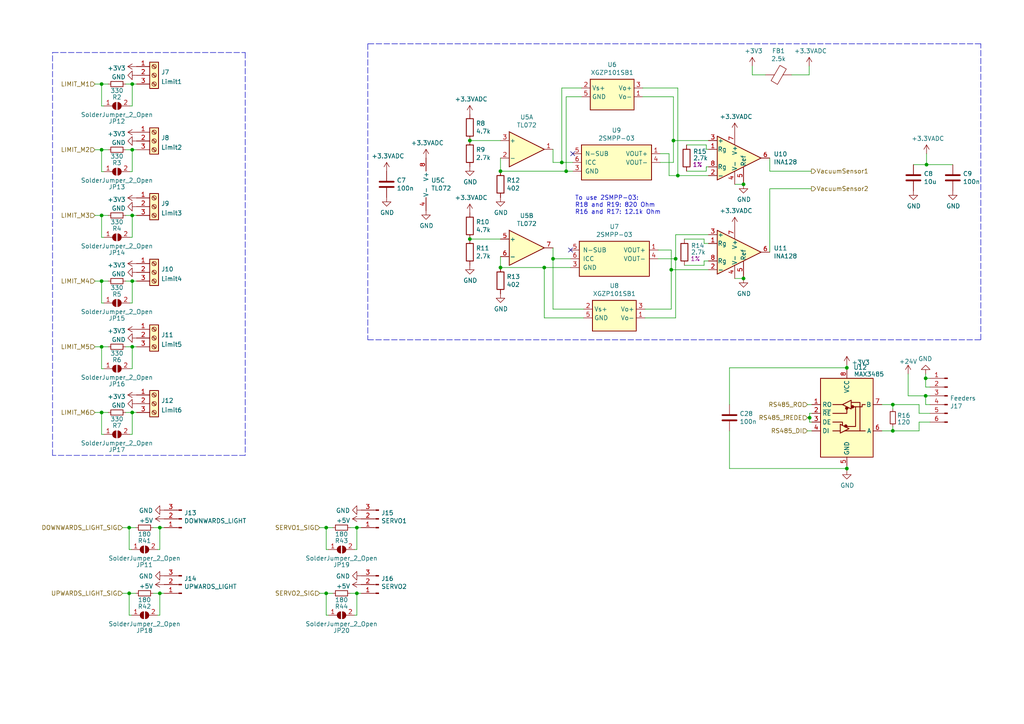
<source format=kicad_sch>
(kicad_sch (version 20211123) (generator eeschema)
  (paper "A4")
  (lib_symbols
    (symbol "Amplifier_Instrumentation:INA128" (pin_names (offset 0.127))
      (property "Reference" "U" (at 3.81 3.175 0))
      (property "Value" "INA128" (at 3.81 -3.175 0))
      (symbol "INA128_1_1"
        (pin passive line (at -7.62 2.54 0) (length 2.54) (name "Rg") (number "1"))
        (pin input line (at -7.62 -5.08 0) (length 2.54) (name "-") (number "2"))
        (pin input line (at -7.62 5.08 0) (length 2.54) (name "+") (number "3"))
        (pin power_in line (at 0 -7.62 90) (length 3.81) (name "V-") (number "4"))
        (pin input line (at 2.54 -7.62 90) (length 5.08) (name "Ref") (number "5"))
        (pin output line (at 10.16 0 180) (length 2.54) (name "~") (number "6"))
        (pin power_in line (at 0 7.62 270) (length 3.81) (name "V+") (number "7"))
        (pin passive line (at -7.62 -2.54 0) (length 2.54) (name "Rg") (number "8"))
      )
    )
    (symbol "Amplifier_Operational:TL072" (pin_names (offset 0.127))
      (property "Reference" "U" (at 0 5.08 0))
      (property "Value" "TL072" (at 0 -5.08 0))
      (symbol "TL072_1_1"
        (pin output line (at 7.62 0 180) (length 2.54) (name "~") (number "1"))
        (pin input line (at -7.62 -2.54 0) (length 2.54) (name "-") (number "2"))
        (pin input line (at -7.62 2.54 0) (length 2.54) (name "+") (number "3"))
      )
      (symbol "TL072_2_1"
        (pin input line (at -7.62 2.54 0) (length 2.54) (name "+") (number "5"))
        (pin input line (at -7.62 -2.54 0) (length 2.54) (name "-") (number "6"))
        (pin output line (at 7.62 0 180) (length 2.54) (name "~") (number "7"))
      )
      (symbol "TL072_3_1"
        (pin power_in line (at -2.54 -7.62 90) (length 3.81) (name "V-") (number "4"))
        (pin power_in line (at -2.54 7.62 270) (length 3.81) (name "V+") (number "8"))
      )
    )
    (symbol "Connector:Conn_01x03_Male" (pin_names (offset 1.016) hide)
      (property "Reference" "J" (at 0 5.08 0))
      (property "Value" "Conn_01x03_Male" (at 0 -5.08 0))
      (symbol "Conn_01x03_Male_1_1"
        (pin passive line (at 5.08 2.54 180) (length 3.81) (name "Pin_1") (number "1"))
        (pin passive line (at 5.08 0 180) (length 3.81) (name "Pin_2") (number "2"))
        (pin passive line (at 5.08 -2.54 180) (length 3.81) (name "Pin_3") (number "3"))
      )
    )
    (symbol "Connector:Conn_01x06_Male" (pin_names (offset 1.016) hide)
      (property "Reference" "J" (at 0 7.62 0))
      (property "Value" "Conn_01x06_Male" (at 0 -10.16 0))
      (symbol "Conn_01x06_Male_1_1"
        (pin passive line (at 5.08 5.08 180) (length 3.81) (name "Pin_1") (number "1"))
        (pin passive line (at 5.08 2.54 180) (length 3.81) (name "Pin_2") (number "2"))
        (pin passive line (at 5.08 0 180) (length 3.81) (name "Pin_3") (number "3"))
        (pin passive line (at 5.08 -2.54 180) (length 3.81) (name "Pin_4") (number "4"))
        (pin passive line (at 5.08 -5.08 180) (length 3.81) (name "Pin_5") (number "5"))
        (pin passive line (at 5.08 -7.62 180) (length 3.81) (name "Pin_6") (number "6"))
      )
    )
    (symbol "Connector:Screw_Terminal_01x03" (pin_names (offset 1.016) hide)
      (property "Reference" "J" (at 0 5.08 0))
      (property "Value" "Screw_Terminal_01x03" (at 0 -5.08 0))
      (symbol "Screw_Terminal_01x03_1_1"
        (pin passive line (at -5.08 2.54 0) (length 3.81) (name "Pin_1") (number "1"))
        (pin passive line (at -5.08 0 0) (length 3.81) (name "Pin_2") (number "2"))
        (pin passive line (at -5.08 -2.54 0) (length 3.81) (name "Pin_3") (number "3"))
      )
    )
    (symbol "Device:C" (pin_numbers hide) (pin_names (offset 0.254))
      (property "Reference" "C" (at 0.635 2.54 0))
      (property "Value" "C" (at 0.635 -2.54 0))
      (symbol "C_1_1"
        (pin passive line (at 0 3.81 270) (length 2.794) (name "~") (number "1"))
        (pin passive line (at 0 -3.81 90) (length 2.794) (name "~") (number "2"))
      )
    )
    (symbol "Device:Ferrite_Bead" (pin_numbers hide) (pin_names (offset 0))
      (property "Reference" "FB" (at -3.81 0.635 90))
      (property "Value" "Device_Ferrite_Bead" (at 3.81 0 90))
      (symbol "Ferrite_Bead_1_1"
        (pin passive line (at 0 3.81 270) (length 2.54) (name "~") (number "1"))
        (pin passive line (at 0 -3.81 90) (length 2.54) (name "~") (number "2"))
      )
    )
    (symbol "Device:R" (pin_numbers hide) (pin_names (offset 0))
      (property "Reference" "R" (at 2.032 0 90))
      (property "Value" "R" (at 0 0 90))
      (symbol "R_1_1"
        (pin passive line (at 0 3.81 270) (length 1.27) (name "~") (number "1"))
        (pin passive line (at 0 -3.81 90) (length 1.27) (name "~") (number "2"))
      )
    )
    (symbol "Device:R_Small" (pin_numbers hide) (pin_names (offset 0.254) hide)
      (property "Reference" "R" (at 0.762 0.508 0))
      (property "Value" "R_Small" (at 0.762 -1.016 0))
      (symbol "R_Small_1_1"
        (pin passive line (at 0 2.54 270) (length 0.762) (name "~") (number "1"))
        (pin passive line (at 0 -2.54 90) (length 0.762) (name "~") (number "2"))
      )
    )
    (symbol "Interface_UART:MAX3485"
      (property "Reference" "U" (at -6.096 11.43 0))
      (property "Value" "MAX3485" (at 0.762 11.43 0))
      (symbol "MAX3485_1_1"
        (pin output line (at -10.16 2.54 0) (length 2.54) (name "RO") (number "1"))
        (pin input line (at -10.16 0 0) (length 2.54) (name "~{RE}") (number "2"))
        (pin input line (at -10.16 -2.54 0) (length 2.54) (name "DE") (number "3"))
        (pin input line (at -10.16 -5.08 0) (length 2.54) (name "DI") (number "4"))
        (pin power_in line (at 0 -15.24 90) (length 2.54) (name "GND") (number "5"))
        (pin bidirectional line (at 10.16 -5.08 180) (length 2.54) (name "A") (number "6"))
        (pin bidirectional line (at 10.16 2.54 180) (length 2.54) (name "B") (number "7"))
        (pin power_in line (at 0 12.7 270) (length 2.54) (name "VCC") (number "8"))
      )
    )
    (symbol "Jumper:SolderJumper_2_Open" (pin_names (offset 0) hide)
      (property "Reference" "JP" (at 0 2.032 0))
      (property "Value" "SolderJumper_2_Open" (at 0 -2.54 0))
      (symbol "SolderJumper_2_Open_1_1"
        (pin passive line (at -3.81 0 0) (length 2.54) (name "A") (number "1"))
        (pin passive line (at 3.81 0 180) (length 2.54) (name "B") (number "2"))
      )
    )
    (symbol "index:2SMPP-03" (pin_names (offset 1.016))
      (property "Reference" "U" (at -8.89 6.35 0))
      (property "Value" "2SMPP-03" (at 5.08 7.62 0))
      (symbol "2SMPP-03_1_1"
        (pin output line (at 12.7 2.54 180) (length 2.54) (name "VOUT+") (number "1"))
        (pin no_connect line (at -10.16 -2.54 0) (length 2.54) hide (name "NC") (number "2"))
        (pin passive line (at -12.7 -2.54 0) (length 2.54) (name "GND") (number "3"))
        (pin output line (at 12.7 0 180) (length 2.54) (name "VOUT-") (number "4"))
        (pin passive line (at -12.7 2.54 0) (length 2.54) (name "N-SUB") (number "5"))
        (pin passive line (at -12.7 0 0) (length 2.54) (name "ICC") (number "6"))
      )
    )
    (symbol "index:XGZP"
      (property "Reference" "U" (at 3.81 -8.89 0))
      (property "Value" "XGZP" (at 5.08 -6.35 0))
      (symbol "XGZP_1_1"
        (pin passive line (at 8.89 0 180) (length 2.54) (name "Vo-") (number "1"))
        (pin input line (at -8.89 2.54 0) (length 2.54) (name "Vs+") (number "2"))
        (pin passive line (at 8.89 2.54 180) (length 2.54) (name "Vo+") (number "3"))
        (pin input line (at -8.89 0 0) (length 2.54) (name "GND") (number "5"))
        (pin passive line (at 8.89 0 180) (length 2.54) hide (name "Vo-") (number "6"))
      )
    )
    (symbol "power:+24V" (power) (pin_names (offset 0))
      (property "Value" "+24V" (at 0 3.556 0))
      (symbol "+24V_1_1"
        (pin power_in line (at 0 0 90) (length 0) hide (name "+24V") (number "1"))
      )
    )
    (symbol "power:+3.3V" (power) (pin_names (offset 0))
      (property "Value" "+3.3V" (at 0 3.556 0))
      (symbol "+3.3V_1_1"
        (pin power_in line (at 0 0 90) (length 0) hide (name "+3V3") (number "1"))
      )
    )
    (symbol "power:+3.3VADC" (power) (pin_names (offset 0))
      (property "Value" "+3.3VADC" (at 0 2.54 0))
      (symbol "+3.3VADC_0_0"
        (pin power_in line (at 0 0 90) (length 0) hide (name "+3.3VADC") (number "1"))
      )
    )
    (symbol "power:+3V3" (power) (pin_names (offset 0))
      (property "Value" "+3V3" (at 0 3.556 0))
      (symbol "+3V3_1_1"
        (pin power_in line (at 0 0 90) (length 0) hide (name "+3V3") (number "1"))
      )
    )
    (symbol "power:+5V" (power) (pin_names (offset 0))
      (property "Value" "+5V" (at 0 3.556 0))
      (symbol "+5V_1_1"
        (pin power_in line (at 0 0 90) (length 0) hide (name "+5V") (number "1"))
      )
    )
    (symbol "power:GND" (power) (pin_names (offset 0))
      (property "Value" "GND" (at 0 -3.81 0))
      (symbol "GND_1_1"
        (pin power_in line (at 0 0 270) (length 0) hide (name "GND") (number "1"))
      )
    )
  )
  (junction (at 29.464 119.634))
  (junction (at 46.355 172.085))
  (junction (at 268.732 47.752))
  (junction (at 38.354 100.584))
  (junction (at 29.464 62.484))
  (junction (at 136.271 40.767))
  (junction (at 245.618 106.68))
  (junction (at 258.953 117.348))
  (junction (at 38.354 81.534))
  (junction (at 258.953 124.968))
  (junction (at 157.861 77.597))
  (junction (at 103.505 172.085))
  (junction (at 37.465 172.085))
  (junction (at 215.646 53.467))
  (junction (at 103.505 153.035))
  (junction (at 234.823 121.158))
  (junction (at 195.326 40.767))
  (junction (at 164.211 49.657))
  (junction (at 38.354 62.484))
  (junction (at 29.464 100.584))
  (junction (at 268.478 109.728))
  (junction (at 268.478 114.808))
  (junction (at 38.354 24.384))
  (junction (at 195.961 75.057))
  (junction (at 145.161 49.657))
  (junction (at 196.596 50.927))
  (junction (at 194.691 78.232))
  (junction (at 38.354 43.434))
  (junction (at 162.941 47.117))
  (junction (at 37.465 153.035))
  (junction (at 245.618 135.89))
  (junction (at 29.464 43.434))
  (junction (at 29.464 81.534))
  (junction (at 160.401 75.057))
  (junction (at 215.646 80.772))
  (junction (at 136.271 69.342))
  (junction (at 94.615 153.035))
  (junction (at 94.615 172.085))
  (junction (at 46.355 153.035))
  (junction (at 29.464 24.384))
  (junction (at 145.161 77.597))
  (junction (at 38.354 119.634))
  (no_connect (at 166.116 44.577))
  (no_connect (at 165.481 72.517))
  (wire (pts (xy 162.941 47.117) (xy 166.116 47.117)))
  (wire (pts (xy 29.464 106.934) (xy 29.464 100.584)))
  (wire (pts (xy 195.326 40.767) (xy 205.486 40.767)))
  (wire (pts (xy 194.691 89.662) (xy 194.691 78.232)))
  (wire (pts (xy 186.436 25.527) (xy 196.596 25.527)))
  (wire (pts (xy 160.401 47.117) (xy 162.941 47.117)))
  (wire (pts (xy 27.559 119.634) (xy 29.464 119.634)))
  (wire (pts (xy 30.099 87.884) (xy 29.464 87.884)))
  (wire (pts (xy 264.922 47.752) (xy 268.732 47.752)))
  (wire (pts (xy 46.355 153.035) (xy 46.355 159.385)))
  (wire (pts (xy 166.116 49.657) (xy 164.211 49.657)))
  (wire (pts (xy 235.331 54.737) (xy 223.266 54.737)))
  (wire (pts (xy 94.615 172.085) (xy 96.52 172.085)))
  (wire (pts (xy 204.851 48.387) (xy 204.851 49.657)))
  (wire (pts (xy 92.71 172.085) (xy 94.615 172.085)))
  (wire (pts (xy 268.732 44.577) (xy 268.732 47.752)))
  (wire (pts (xy 95.25 159.385) (xy 94.615 159.385)))
  (wire (pts (xy 92.71 153.035) (xy 94.615 153.035)))
  (wire (pts (xy 38.1 178.435) (xy 37.465 178.435)))
  (wire (pts (xy 30.099 68.834) (xy 29.464 68.834)))
  (polyline (pts (xy 71.12 132.08) (xy 15.24 132.08)))
  (wire (pts (xy 234.696 21.717) (xy 229.616 21.717)))
  (wire (pts (xy 204.216 76.962) (xy 198.501 76.962)))
  (wire (pts (xy 211.582 124.968) (xy 211.582 135.89)))
  (polyline (pts (xy 284.48 12.7) (xy 106.426 12.7)))
  (wire (pts (xy 204.851 49.657) (xy 199.136 49.657)))
  (polyline (pts (xy 15.24 132.08) (xy 15.24 15.24)))
  (wire (pts (xy 211.582 106.68) (xy 245.618 106.68)))
  (wire (pts (xy 204.216 75.692) (xy 204.216 76.962)))
  (wire (pts (xy 204.851 42.037) (xy 204.851 43.307)))
  (wire (pts (xy 38.354 62.484) (xy 39.624 62.484)))
  (wire (pts (xy 204.216 70.612) (xy 205.486 70.612)))
  (wire (pts (xy 198.501 69.342) (xy 204.216 69.342)))
  (wire (pts (xy 35.56 172.085) (xy 37.465 172.085)))
  (wire (pts (xy 235.458 122.428) (xy 234.823 122.428)))
  (wire (pts (xy 196.596 25.527) (xy 196.596 50.927)))
  (wire (pts (xy 218.186 21.717) (xy 221.996 21.717)))
  (wire (pts (xy 266.573 124.968) (xy 258.953 124.968)))
  (wire (pts (xy 44.45 153.035) (xy 46.355 153.035)))
  (wire (pts (xy 160.401 89.662) (xy 160.401 75.057)))
  (wire (pts (xy 169.291 89.662) (xy 160.401 89.662)))
  (wire (pts (xy 145.161 77.597) (xy 157.861 77.597)))
  (wire (pts (xy 194.056 44.577) (xy 194.056 50.927)))
  (wire (pts (xy 30.099 106.934) (xy 29.464 106.934)))
  (wire (pts (xy 190.881 75.057) (xy 195.961 75.057)))
  (wire (pts (xy 46.355 172.085) (xy 46.355 178.435)))
  (wire (pts (xy 234.823 121.158) (xy 234.823 119.888)))
  (wire (pts (xy 27.559 100.584) (xy 29.464 100.584)))
  (wire (pts (xy 37.465 159.385) (xy 37.465 153.035)))
  (wire (pts (xy 36.449 24.384) (xy 38.354 24.384)))
  (wire (pts (xy 38.1 159.385) (xy 37.465 159.385)))
  (wire (pts (xy 194.691 72.517) (xy 194.691 78.232)))
  (wire (pts (xy 211.582 135.89) (xy 245.618 135.89)))
  (wire (pts (xy 187.071 89.662) (xy 194.691 89.662)))
  (wire (pts (xy 218.186 19.177) (xy 218.186 21.717)))
  (wire (pts (xy 38.354 24.384) (xy 39.624 24.384)))
  (wire (pts (xy 162.941 25.527) (xy 162.941 47.117)))
  (wire (pts (xy 103.505 178.435) (xy 102.87 178.435)))
  (wire (pts (xy 38.354 100.584) (xy 39.624 100.584)))
  (wire (pts (xy 187.071 92.202) (xy 195.961 92.202)))
  (wire (pts (xy 268.478 114.808) (xy 269.748 114.808)))
  (wire (pts (xy 29.464 43.434) (xy 31.369 43.434)))
  (wire (pts (xy 263.398 108.458) (xy 263.398 114.808)))
  (wire (pts (xy 38.354 68.834) (xy 37.719 68.834)))
  (wire (pts (xy 191.516 44.577) (xy 194.056 44.577)))
  (wire (pts (xy 38.354 100.584) (xy 38.354 106.934)))
  (polyline (pts (xy 15.24 15.24) (xy 71.12 15.24)))
  (wire (pts (xy 94.615 153.035) (xy 96.52 153.035)))
  (wire (pts (xy 268.478 109.728) (xy 268.478 112.268)))
  (wire (pts (xy 101.6 172.085) (xy 103.505 172.085)))
  (wire (pts (xy 160.401 43.307) (xy 160.401 47.117)))
  (wire (pts (xy 38.354 30.734) (xy 37.719 30.734)))
  (wire (pts (xy 103.505 159.385) (xy 102.87 159.385)))
  (wire (pts (xy 46.355 172.085) (xy 47.625 172.085)))
  (wire (pts (xy 145.161 45.847) (xy 145.161 49.657)))
  (wire (pts (xy 160.401 75.057) (xy 165.481 75.057)))
  (wire (pts (xy 29.464 119.634) (xy 31.369 119.634)))
  (wire (pts (xy 29.464 81.534) (xy 31.369 81.534)))
  (wire (pts (xy 27.559 62.484) (xy 29.464 62.484)))
  (wire (pts (xy 245.618 106.68) (xy 245.618 107.188)))
  (wire (pts (xy 268.478 114.808) (xy 268.478 117.348)))
  (wire (pts (xy 266.573 122.428) (xy 266.573 124.968)))
  (wire (pts (xy 38.354 125.984) (xy 37.719 125.984)))
  (wire (pts (xy 95.25 178.435) (xy 94.615 178.435)))
  (wire (pts (xy 269.748 109.728) (xy 268.478 109.728)))
  (wire (pts (xy 103.505 172.085) (xy 103.505 178.435)))
  (wire (pts (xy 30.099 30.734) (xy 29.464 30.734)))
  (wire (pts (xy 27.559 24.384) (xy 29.464 24.384)))
  (wire (pts (xy 215.646 80.772) (xy 213.106 80.772)))
  (wire (pts (xy 38.354 119.634) (xy 38.354 125.984)))
  (wire (pts (xy 204.216 69.342) (xy 204.216 70.612)))
  (wire (pts (xy 38.354 119.634) (xy 39.624 119.634)))
  (wire (pts (xy 29.464 68.834) (xy 29.464 62.484)))
  (wire (pts (xy 38.354 43.434) (xy 38.354 49.784)))
  (wire (pts (xy 44.45 172.085) (xy 46.355 172.085)))
  (wire (pts (xy 38.354 81.534) (xy 39.624 81.534)))
  (wire (pts (xy 103.505 153.035) (xy 104.775 153.035)))
  (wire (pts (xy 145.161 40.767) (xy 136.271 40.767)))
  (wire (pts (xy 266.573 119.888) (xy 269.748 119.888)))
  (wire (pts (xy 101.6 153.035) (xy 103.505 153.035)))
  (wire (pts (xy 160.401 71.882) (xy 160.401 75.057)))
  (wire (pts (xy 196.596 50.927) (xy 205.486 50.927)))
  (wire (pts (xy 36.449 100.584) (xy 38.354 100.584)))
  (polyline (pts (xy 284.48 98.552) (xy 284.48 12.7)))
  (wire (pts (xy 234.188 124.968) (xy 235.458 124.968)))
  (wire (pts (xy 258.953 124.968) (xy 258.953 123.698)))
  (wire (pts (xy 38.354 62.484) (xy 38.354 68.834)))
  (wire (pts (xy 263.398 114.808) (xy 268.478 114.808)))
  (wire (pts (xy 27.559 43.434) (xy 29.464 43.434)))
  (wire (pts (xy 29.464 24.384) (xy 31.369 24.384)))
  (wire (pts (xy 37.465 172.085) (xy 39.37 172.085)))
  (wire (pts (xy 268.478 117.348) (xy 269.748 117.348)))
  (wire (pts (xy 195.961 92.202) (xy 195.961 75.057)))
  (wire (pts (xy 36.449 81.534) (xy 38.354 81.534)))
  (wire (pts (xy 234.823 122.428) (xy 234.823 121.158)))
  (wire (pts (xy 245.618 136.398) (xy 245.618 135.89)))
  (wire (pts (xy 38.354 24.384) (xy 38.354 30.734)))
  (wire (pts (xy 164.211 28.067) (xy 168.656 28.067)))
  (wire (pts (xy 211.582 117.348) (xy 211.582 106.68)))
  (wire (pts (xy 164.211 28.067) (xy 164.211 49.657)))
  (wire (pts (xy 46.355 153.035) (xy 47.625 153.035)))
  (wire (pts (xy 46.355 178.435) (xy 45.72 178.435)))
  (wire (pts (xy 38.354 43.434) (xy 39.624 43.434)))
  (wire (pts (xy 145.161 77.597) (xy 145.161 74.422)))
  (wire (pts (xy 195.961 68.072) (xy 205.486 68.072)))
  (wire (pts (xy 29.464 125.984) (xy 29.464 119.634)))
  (wire (pts (xy 157.861 92.202) (xy 157.861 77.597)))
  (wire (pts (xy 268.478 108.458) (xy 268.478 109.728)))
  (wire (pts (xy 29.464 30.734) (xy 29.464 24.384)))
  (wire (pts (xy 245.618 105.918) (xy 245.618 106.68)))
  (wire (pts (xy 234.188 121.158) (xy 234.823 121.158)))
  (wire (pts (xy 223.266 45.847) (xy 223.266 49.657)))
  (wire (pts (xy 186.436 28.067) (xy 195.326 28.067)))
  (wire (pts (xy 103.505 172.085) (xy 104.775 172.085)))
  (wire (pts (xy 157.861 77.597) (xy 165.481 77.597)))
  (wire (pts (xy 29.464 49.784) (xy 29.464 43.434)))
  (wire (pts (xy 204.851 43.307) (xy 205.486 43.307)))
  (wire (pts (xy 29.464 62.484) (xy 31.369 62.484)))
  (wire (pts (xy 234.696 19.177) (xy 234.696 21.717)))
  (wire (pts (xy 36.449 62.484) (xy 38.354 62.484)))
  (wire (pts (xy 194.691 78.232) (xy 205.486 78.232)))
  (wire (pts (xy 235.331 49.657) (xy 223.266 49.657)))
  (wire (pts (xy 215.646 53.467) (xy 213.106 53.467)))
  (polyline (pts (xy 71.12 15.24) (xy 71.12 132.08)))
  (wire (pts (xy 37.465 178.435) (xy 37.465 172.085)))
  (wire (pts (xy 103.505 153.035) (xy 103.505 159.385)))
  (wire (pts (xy 36.449 43.434) (xy 38.354 43.434)))
  (wire (pts (xy 234.823 119.888) (xy 235.458 119.888)))
  (wire (pts (xy 195.961 75.057) (xy 195.961 68.072)))
  (wire (pts (xy 255.778 124.968) (xy 258.953 124.968)))
  (wire (pts (xy 258.953 117.348) (xy 258.953 118.618)))
  (wire (pts (xy 38.354 106.934) (xy 37.719 106.934)))
  (wire (pts (xy 30.099 49.784) (xy 29.464 49.784)))
  (wire (pts (xy 199.136 42.037) (xy 204.851 42.037)))
  (wire (pts (xy 29.464 87.884) (xy 29.464 81.534)))
  (wire (pts (xy 204.851 48.387) (xy 205.486 48.387)))
  (wire (pts (xy 46.355 159.385) (xy 45.72 159.385)))
  (wire (pts (xy 145.161 69.342) (xy 136.271 69.342)))
  (wire (pts (xy 194.056 50.927) (xy 196.596 50.927)))
  (wire (pts (xy 37.465 153.035) (xy 39.37 153.035)))
  (wire (pts (xy 29.464 100.584) (xy 31.369 100.584)))
  (wire (pts (xy 190.881 72.517) (xy 194.691 72.517)))
  (wire (pts (xy 255.778 117.348) (xy 258.953 117.348)))
  (wire (pts (xy 204.216 75.692) (xy 205.486 75.692)))
  (polyline (pts (xy 106.68 12.7) (xy 106.68 98.552)))
  (wire (pts (xy 162.941 25.527) (xy 168.656 25.527)))
  (wire (pts (xy 36.449 119.634) (xy 38.354 119.634)))
  (wire (pts (xy 269.748 122.428) (xy 266.573 122.428)))
  (wire (pts (xy 164.211 49.657) (xy 145.161 49.657)))
  (wire (pts (xy 191.516 47.117) (xy 195.326 47.117)))
  (wire (pts (xy 35.56 153.035) (xy 37.465 153.035)))
  (wire (pts (xy 266.573 117.348) (xy 266.573 119.888)))
  (wire (pts (xy 234.188 117.348) (xy 235.458 117.348)))
  (wire (pts (xy 245.618 135.89) (xy 245.618 135.128)))
  (wire (pts (xy 268.732 47.752) (xy 276.352 47.752)))
  (wire (pts (xy 268.478 112.268) (xy 269.748 112.268)))
  (wire (pts (xy 38.354 87.884) (xy 37.719 87.884)))
  (polyline (pts (xy 106.68 98.552) (xy 284.48 98.552)))
  (wire (pts (xy 38.354 49.784) (xy 37.719 49.784)))
  (wire (pts (xy 94.615 178.435) (xy 94.615 172.085)))
  (wire (pts (xy 27.559 81.534) (xy 29.464 81.534)))
  (wire (pts (xy 38.354 81.534) (xy 38.354 87.884)))
  (wire (pts (xy 223.266 73.152) (xy 223.266 54.737)))
  (wire (pts (xy 195.326 28.067) (xy 195.326 40.767)))
  (wire (pts (xy 169.291 92.202) (xy 157.861 92.202)))
  (wire (pts (xy 195.326 47.117) (xy 195.326 40.767)))
  (wire (pts (xy 94.615 159.385) (xy 94.615 153.035)))
  (wire (pts (xy 258.953 117.348) (xy 266.573 117.348)))
  (wire (pts (xy 30.099 125.984) (xy 29.464 125.984)))
  (text "To use 2SMPP-03:\nR18 and R19: 820 Ohm\nR16 and R17: 12.1k Ohm" (at 166.751 62.357 0) (effects (font (size 1.27 1.27)) (justify left bottom)))
  (hierarchical_label "UPWARDS_LIGHT_SIG" (shape input) (at 35.56 172.085 180))
  (hierarchical_label "VacuumSensor2" (shape output) (at 235.331 54.737 0))
  (hierarchical_label "LIMIT_M2" (shape input) (at 27.559 43.434 180))
  (hierarchical_label "LIMIT_M4" (shape input) (at 27.559 81.534 180))
  (hierarchical_label "SERVO2_SIG" (shape input) (at 92.71 172.085 180))
  (hierarchical_label "LIMIT_M5" (shape input) (at 27.559 100.584 180))
  (hierarchical_label "DOWNWARDS_LIGHT_SIG" (shape input) (at 35.56 153.035 180))
  (hierarchical_label "LIMIT_M6" (shape input) (at 27.559 119.634 180))
  (hierarchical_label "SERVO1_SIG" (shape input) (at 92.71 153.035 180))
  (hierarchical_label "VacuumSensor1" (shape output) (at 235.331 49.657 0))
  (hierarchical_label "LIMIT_M1" (shape input) (at 27.559 24.384 180))
  (hierarchical_label "RS485_!REDE" (shape input) (at 234.188 121.158 180))
  (hierarchical_label "RS485_DI" (shape input) (at 234.188 124.968 180))
  (hierarchical_label "RS485_RO" (shape input) (at 234.188 117.348 180))
  (hierarchical_label "LIMIT_M3" (shape input) (at 27.559 62.484 180))
  (symbol (lib_id "power:GND") (at 136.271 48.387 0) (unit 1)
    (property "Reference" "#PWR072" (effects hide))
    (property "Value" "GND" (at 136.398 52.7812 0))
  )
  (symbol (lib_id "Connector:Conn_01x03_Male") (at 52.705 169.545 180) (unit 1)
    (property "Reference" "J14" (at 53.4162 167.8178 0) (effects (justify right)))
    (property "Value" "UPWARDS_LIGHT" (at 53.4162 170.1292 0) (effects (justify right)))
    (property "Footprint" "Connector_Phoenix_MC:PhoenixContact_MC_1,5_3-G-3.5_1x03_P3.50mm_Horizontal" (effects hide))
    (property "LCSC" "C2316" (effects hide))
    (property "JLCPCB" "C2316" (effects hide))
    (property "Digikey" "455-2248-ND" (effects hide))
  )
  (symbol (lib_id "Jumper:SolderJumper_2_Open") (at 33.909 106.934 0) (unit 1)
    (property "Reference" "JP16" (at 33.909 111.379 0))
    (property "Value" "SolderJumper_2_Open" (at 33.909 109.474 0))
    (property "Footprint" "Jumper:SolderJumper-2_P1.3mm_Open_TrianglePad1.0x1.5mm" (effects hide))
  )
  (symbol (lib_id "power:GND") (at 39.624 117.094 270) (unit 1)
    (property "Reference" "#PWR058" (effects hide))
    (property "Value" "GND" (at 36.4491 117.573 90) (effects (justify right)))
  )
  (symbol (lib_id "Connector:Screw_Terminal_01x03") (at 44.704 98.044 0) (unit 1)
    (property "Reference" "J11" (at 46.736 97.1355 0) (effects (justify left)))
    (property "Value" "Limit5" (at 46.736 99.9106 0) (effects (justify left)))
    (property "Footprint" "Connector_Phoenix_MC:PhoenixContact_MC_1,5_3-G-3.5_1x03_P3.50mm_Horizontal" (effects hide))
  )
  (symbol (lib_id "Interface_UART:MAX3485") (at 245.618 119.888 0) (unit 1)
    (property "Reference" "U12" (at 247.523 106.553 0) (effects (justify left)))
    (property "Value" "MAX3485" (at 247.6374 108.5366 0) (effects (justify left)))
    (property "Footprint" "Package_SO:SOIC-8_3.9x4.9mm_P1.27mm" (effects hide))
    (property "Datasheet" "https://datasheets.maximintegrated.com/en/ds/MAX3483-MAX3491.pdf" (effects hide))
  )
  (symbol (lib_id "Device:R_Small") (at 41.91 172.085 90) (unit 1)
    (property "Reference" "R42" (at 41.91 175.895 90))
    (property "Value" "180" (at 41.91 173.99 90))
    (property "Footprint" "Resistor_SMD:R_0805_2012Metric_Pad1.20x1.40mm_HandSolder" (effects hide))
  )
  (symbol (lib_id "power:GND") (at 39.624 59.944 270) (unit 1)
    (property "Reference" "#PWR052" (effects hide))
    (property "Value" "GND" (at 36.4491 60.423 90) (effects (justify right)))
  )
  (symbol (lib_id "index:XGZP") (at 177.546 28.067 0) (unit 1)
    (property "Reference" "U6" (at 177.546 18.7452 0))
    (property "Value" "XGZP101SB1" (at 177.546 21.0566 0))
    (property "Footprint" "Custom:SO-6_7x7mm_P2.54mm" (effects hide))
    (property "Datasheet" "http://m.eleparts.co.kr/data/goods_old/data/XGZP_SOP6.pdf" (effects hide))
    (property "Config" "-2SMPP" (effects hide))
  )
  (symbol (lib_id "Jumper:SolderJumper_2_Open") (at 33.909 68.834 0) (unit 1)
    (property "Reference" "JP14" (at 33.909 73.279 0))
    (property "Value" "SolderJumper_2_Open" (at 33.909 71.374 0))
    (property "Footprint" "Jumper:SolderJumper-2_P1.3mm_Open_TrianglePad1.0x1.5mm" (effects hide))
  )
  (symbol (lib_id "Jumper:SolderJumper_2_Open") (at 99.06 178.435 0) (unit 1)
    (property "Reference" "JP20" (at 99.06 182.88 0))
    (property "Value" "SolderJumper_2_Open" (at 99.06 180.975 0))
    (property "Footprint" "Jumper:SolderJumper-2_P1.3mm_Open_TrianglePad1.0x1.5mm" (effects hide))
  )
  (symbol (lib_id "power:+3V3") (at 245.618 105.918 0) (unit 1)
    (property "Reference" "#PWR083" (effects hide))
    (property "Value" "+3V3" (at 247.015 105.127 0) (effects (justify left)))
  )
  (symbol (lib_id "Device:R") (at 136.271 44.577 0) (unit 1)
    (property "Reference" "R9" (at 138.049 43.4086 0) (effects (justify left)))
    (property "Value" "2.7k" (at 138.049 45.72 0) (effects (justify left)))
    (property "Footprint" "Resistor_SMD:R_0805_2012Metric_Pad1.20x1.40mm_HandSolder" (effects hide))
    (property "Digikey" "A129754CT-ND" (effects hide))
    (property "JLCPCB" "C17530" (effects hide))
    (property "LCSC" "C139909" (effects hide))
    (property "Mouser" "652-CR0805FX-2701ELF" (effects hide))
    (property "Notes" "1%" (effects hide))
  )
  (symbol (lib_id "power:+3.3VADC") (at 112.141 49.657 0) (unit 1)
    (property "Reference" "#PWR067" (effects hide))
    (property "Value" "+3.3VADC" (at 112.522 45.2628 0))
  )
  (symbol (lib_id "Device:C") (at 264.922 51.562 0) (unit 1)
    (property "Reference" "C8" (at 267.9192 50.3936 0) (effects (justify left)))
    (property "Value" "10u" (at 267.9192 52.705 0) (effects (justify left)))
    (property "Footprint" "Capacitor_SMD:C_0805_2012Metric_Pad1.18x1.45mm_HandSolder" (effects hide))
    (property "JLCPCB" "C15850" (effects hide))
    (property "LCSC" "C17024" (effects hide))
    (property "Digikey" "490-18663-1-ND" (effects hide))
    (property "Mouser" "81-GRM21BR61H106KE3L" (effects hide))
  )
  (symbol (lib_id "power:GND") (at 145.161 57.277 0) (unit 1)
    (property "Reference" "#PWR075" (effects hide))
    (property "Value" "GND" (at 145.288 61.6712 0))
  )
  (symbol (lib_id "Jumper:SolderJumper_2_Open") (at 41.91 159.385 0) (unit 1)
    (property "Reference" "JP11" (at 41.91 163.83 0))
    (property "Value" "SolderJumper_2_Open" (at 41.91 161.925 0))
    (property "Footprint" "Jumper:SolderJumper-2_P1.3mm_Open_TrianglePad1.0x1.5mm" (effects hide))
  )
  (symbol (lib_id "power:GND") (at 47.625 167.005 270) (unit 1)
    (property "Reference" "#PWR061" (effects hide))
    (property "Value" "GND" (at 44.3738 167.132 90) (effects (justify right)))
  )
  (symbol (lib_id "power:+3V3") (at 39.624 114.554 90) (unit 1)
    (property "Reference" "#PWR057" (effects hide))
    (property "Value" "+3V3" (at 36.449 115.033 90) (effects (justify left)))
  )
  (symbol (lib_id "power:GND") (at 245.618 136.398 0) (unit 1)
    (property "Reference" "#PWR084" (effects hide))
    (property "Value" "GND" (at 245.745 140.7922 0))
  )
  (symbol (lib_id "power:+3V3") (at 39.624 76.454 90) (unit 1)
    (property "Reference" "#PWR053" (effects hide))
    (property "Value" "+3V3" (at 36.449 76.933 90) (effects (justify left)))
  )
  (symbol (lib_id "Device:C") (at 276.352 51.562 0) (unit 1)
    (property "Reference" "C9" (at 279.273 50.3936 0) (effects (justify left)))
    (property "Value" "100n" (at 279.273 52.705 0) (effects (justify left)))
    (property "Footprint" "Capacitor_SMD:C_0805_2012Metric_Pad1.18x1.45mm_HandSolder" (effects hide))
    (property "JLCPCB" "C49678" (effects hide))
    (property "LCSC" "C360619" (effects hide))
    (property "Mouser" "581-08055C104K" (effects hide))
    (property "Digikey" "1276-1180-1-ND" (effects hide))
  )
  (symbol (lib_id "Connector:Screw_Terminal_01x03") (at 44.704 59.944 0) (unit 1)
    (property "Reference" "J9" (at 46.736 59.0355 0) (effects (justify left)))
    (property "Value" "Limit3" (at 46.736 61.8106 0) (effects (justify left)))
    (property "Footprint" "Connector_Phoenix_MC:PhoenixContact_MC_1,5_3-G-3.5_1x03_P3.50mm_Horizontal" (effects hide))
  )
  (symbol (lib_id "Jumper:SolderJumper_2_Open") (at 33.909 87.884 0) (unit 1)
    (property "Reference" "JP15" (at 33.909 92.329 0))
    (property "Value" "SolderJumper_2_Open" (at 33.909 90.424 0))
    (property "Footprint" "Jumper:SolderJumper-2_P1.3mm_Open_TrianglePad1.0x1.5mm" (effects hide))
  )
  (symbol (lib_id "Device:C") (at 112.141 53.467 0) (unit 1)
    (property "Reference" "C7" (at 115.062 52.2986 0) (effects (justify left)))
    (property "Value" "100n" (at 115.062 54.61 0) (effects (justify left)))
    (property "Footprint" "Capacitor_SMD:C_0805_2012Metric_Pad1.18x1.45mm_HandSolder" (effects hide))
    (property "JLCPCB" "C49678" (effects hide))
    (property "LCSC" "C360619" (effects hide))
    (property "Mouser" "581-08055C104K" (effects hide))
    (property "Digikey" "1276-1180-1-ND" (effects hide))
  )
  (symbol (lib_id "power:+24V") (at 263.398 108.458 0) (unit 1)
    (property "Reference" "#PWR085" (effects hide))
    (property "Value" "+24V" (at 263.398 104.8535 0))
    (property "Footprint" "Package_SO:SOIC-8_3.9x4.9mm_P1.27mm" (effects hide))
  )
  (symbol (lib_id "power:GND") (at 268.478 108.458 180) (unit 1)
    (property "Reference" "#PWR087" (effects hide))
    (property "Value" "GND" (at 268.351 104.0638 0))
  )
  (symbol (lib_id "power:GND") (at 104.775 147.955 270) (unit 1)
    (property "Reference" "#PWR063" (effects hide))
    (property "Value" "GND" (at 101.5238 148.082 90) (effects (justify right)))
  )
  (symbol (lib_id "Device:R_Small") (at 33.909 62.484 90) (unit 1)
    (property "Reference" "R4" (at 33.909 66.294 90))
    (property "Value" "330" (at 33.909 64.389 90))
    (property "Footprint" "Resistor_SMD:R_0805_2012Metric_Pad1.20x1.40mm_HandSolder" (effects hide))
  )
  (symbol (lib_id "Device:R_Small") (at 33.909 43.434 90) (unit 1)
    (property "Reference" "R3" (at 33.909 47.244 90))
    (property "Value" "330" (at 33.909 45.339 90))
    (property "Footprint" "Resistor_SMD:R_0805_2012Metric_Pad1.20x1.40mm_HandSolder" (effects hide))
  )
  (symbol (lib_id "Jumper:SolderJumper_2_Open") (at 33.909 49.784 0) (unit 1)
    (property "Reference" "JP13" (at 33.909 54.229 0))
    (property "Value" "SolderJumper_2_Open" (at 33.909 52.324 0))
    (property "Footprint" "Jumper:SolderJumper-2_P1.3mm_Open_TrianglePad1.0x1.5mm" (effects hide))
  )
  (symbol (lib_id "power:GND") (at 276.352 55.372 0) (unit 1)
    (property "Reference" "#PWR089" (effects hide))
    (property "Value" "GND" (at 276.479 59.7662 0))
  )
  (symbol (lib_id "Jumper:SolderJumper_2_Open") (at 99.06 159.385 0) (unit 1)
    (property "Reference" "JP19" (at 99.06 163.83 0))
    (property "Value" "SolderJumper_2_Open" (at 99.06 161.925 0))
    (property "Footprint" "Jumper:SolderJumper-2_P1.3mm_Open_TrianglePad1.0x1.5mm" (effects hide))
  )
  (symbol (lib_id "power:+5V") (at 47.625 150.495 90) (unit 1)
    (property "Reference" "#PWR0137" (effects hide))
    (property "Value" "+5V" (at 44.4501 150.974 90) (effects (justify left)))
  )
  (symbol (lib_id "power:+3V3") (at 39.624 57.404 90) (unit 1)
    (property "Reference" "#PWR051" (effects hide))
    (property "Value" "+3V3" (at 36.449 57.883 90) (effects (justify left)))
  )
  (symbol (lib_id "Jumper:SolderJumper_2_Open") (at 41.91 178.435 0) (unit 1)
    (property "Reference" "JP18" (at 41.91 182.88 0))
    (property "Value" "SolderJumper_2_Open" (at 41.91 180.975 0))
    (property "Footprint" "Jumper:SolderJumper-2_P1.3mm_Open_TrianglePad1.0x1.5mm" (effects hide))
  )
  (symbol (lib_id "power:+3V3") (at 39.624 95.504 90) (unit 1)
    (property "Reference" "#PWR055" (effects hide))
    (property "Value" "+3V3" (at 36.449 95.983 90) (effects (justify left)))
  )
  (symbol (lib_id "Amplifier_Operational:TL072") (at 152.781 71.882 0) (unit 2)
    (property "Reference" "U5" (at 152.781 62.5602 0))
    (property "Value" "TL072" (at 152.781 64.8716 0))
    (property "Footprint" "Package_SO:SOIC-8_3.9x4.9mm_P1.27mm" (effects hide))
    (property "Datasheet" "http://www.ti.com/lit/ds/symlink/tl071.pdf" (effects hide))
    (property "LCSC" "C6962" (effects hide))
    (property "Digikey" "296-7194-1-ND" (effects hide))
    (property "JLCPCB" "C6962" (effects hide))
    (property "Mouser" "595-TL072IDR" (effects hide))
  )
  (symbol (lib_id "Device:R_Small") (at 99.06 153.035 90) (unit 1)
    (property "Reference" "R43" (at 99.06 156.845 90))
    (property "Value" "180" (at 99.06 154.94 90))
    (property "Footprint" "Resistor_SMD:R_0805_2012Metric_Pad1.20x1.40mm_HandSolder" (effects hide))
  )
  (symbol (lib_id "power:GND") (at 123.571 61.087 0) (unit 1)
    (property "Reference" "#PWR070" (effects hide))
    (property "Value" "GND" (at 123.698 65.4812 0))
  )
  (symbol (lib_id "power:+5V") (at 104.775 169.545 90) (unit 1)
    (property "Reference" "#PWR0139" (effects hide))
    (property "Value" "+5V" (at 101.6001 170.024 90) (effects (justify left)))
  )
  (symbol (lib_id "Device:R") (at 136.271 73.152 0) (unit 1)
    (property "Reference" "R11" (at 138.049 71.9836 0) (effects (justify left)))
    (property "Value" "2.7k" (at 138.049 74.295 0) (effects (justify left)))
    (property "Footprint" "Resistor_SMD:R_0805_2012Metric_Pad1.20x1.40mm_HandSolder" (effects hide))
    (property "Digikey" "A129754CT-ND" (effects hide))
    (property "JLCPCB" "C17530" (effects hide))
    (property "LCSC" "C139909" (effects hide))
    (property "Mouser" "652-CR0805FX-2701ELF" (effects hide))
    (property "Notes" "1%" (effects hide))
  )
  (symbol (lib_id "power:+3.3VADC") (at 123.571 45.847 0) (unit 1)
    (property "Reference" "#PWR069" (effects hide))
    (property "Value" "+3.3VADC" (at 123.952 41.4528 0))
  )
  (symbol (lib_id "Amplifier_Instrumentation:INA128") (at 213.106 73.152 0) (unit 1)
    (property "Reference" "U11" (at 224.3836 71.9836 0) (effects (justify left)))
    (property "Value" "INA128" (at 224.3836 74.295 0) (effects (justify left)))
    (property "Footprint" "Package_SO:SOIC-8_3.9x4.9mm_P1.27mm" (effects hide))
    (property "Datasheet" "http://www.ti.com/lit/ds/symlink/ina128.pdf" (effects hide))
    (property "JLCPCB" "C22233" (effects hide))
    (property "LCSC" "C22233" (effects hide))
    (property "Digikey" "296-26057-1-ND" (effects hide))
    (property "Mouser" "595-INA128U/2K5" (effects hide))
  )
  (symbol (lib_id "Connector:Conn_01x03_Male") (at 52.705 150.495 180) (unit 1)
    (property "Reference" "J13" (at 53.4162 148.7678 0) (effects (justify right)))
    (property "Value" "DOWNWARDS_LIGHT" (at 53.4162 151.0792 0) (effects (justify right)))
    (property "Footprint" "Connector_Phoenix_MC:PhoenixContact_MC_1,5_3-G-3.5_1x03_P3.50mm_Horizontal" (effects hide))
    (property "LCSC" "C2316" (effects hide))
    (property "JLCPCB" "C2316" (effects hide))
    (property "Digikey" "455-2248-ND" (effects hide))
  )
  (symbol (lib_id "Connector:Conn_01x03_Male") (at 109.855 150.495 180) (unit 1)
    (property "Reference" "J15" (at 110.5662 148.7678 0) (effects (justify right)))
    (property "Value" "SERVO1" (at 110.5662 151.0792 0) (effects (justify right)))
    (property "Footprint" "Connector_Phoenix_MC:PhoenixContact_MC_1,5_3-G-3.5_1x03_P3.50mm_Horizontal" (effects hide))
    (property "LCSC" "C2316" (effects hide))
    (property "JLCPCB" "C2316" (effects hide))
    (property "Digikey" "455-2248-ND" (effects hide))
  )
  (symbol (lib_id "Device:R_Small") (at 99.06 172.085 90) (unit 1)
    (property "Reference" "R44" (at 99.06 175.895 90))
    (property "Value" "180" (at 99.06 173.99 90))
    (property "Footprint" "Resistor_SMD:R_0805_2012Metric_Pad1.20x1.40mm_HandSolder" (effects hide))
  )
  (symbol (lib_id "Device:R_Small") (at 33.909 100.584 90) (unit 1)
    (property "Reference" "R6" (at 33.909 104.394 90))
    (property "Value" "330" (at 33.909 102.489 90))
    (property "Footprint" "Resistor_SMD:R_0805_2012Metric_Pad1.20x1.40mm_HandSolder" (effects hide))
  )
  (symbol (lib_id "Connector:Conn_01x03_Male") (at 109.855 169.545 180) (unit 1)
    (property "Reference" "J16" (at 110.5662 167.8178 0) (effects (justify right)))
    (property "Value" "SERVO2" (at 110.5662 170.1292 0) (effects (justify right)))
    (property "Footprint" "Connector_Phoenix_MC:PhoenixContact_MC_1,5_3-G-3.5_1x03_P3.50mm_Horizontal" (effects hide))
    (property "LCSC" "C2316" (effects hide))
    (property "JLCPCB" "C2316" (effects hide))
    (property "Digikey" "455-2248-ND" (effects hide))
  )
  (symbol (lib_id "Device:R_Small") (at 33.909 81.534 90) (unit 1)
    (property "Reference" "R5" (at 33.909 85.344 90))
    (property "Value" "330" (at 33.909 83.439 90))
    (property "Footprint" "Resistor_SMD:R_0805_2012Metric_Pad1.20x1.40mm_HandSolder" (effects hide))
  )
  (symbol (lib_id "Device:R") (at 145.161 53.467 0) (unit 1)
    (property "Reference" "R12" (at 146.939 52.2986 0) (effects (justify left)))
    (property "Value" "402" (at 146.939 54.61 0) (effects (justify left)))
    (property "Footprint" "Resistor_SMD:R_0805_2012Metric_Pad1.20x1.40mm_HandSolder" (effects hide))
    (property "LCSC" "C204479" (effects hide))
    (property "Notes" "1%" (effects hide))
    (property "2SMPP:Digikey" "TBD" (effects hide))
    (property "2SMPP:JLCPCB" "TBD" (effects hide))
    (property "2SMPP:LCSC" "TBD" (effects hide))
    (property "2SMPP:Mouser" "TBD" (effects hide))
    (property "2SMPP:Value" "12.1k" (effects hide))
  )
  (symbol (lib_id "Jumper:SolderJumper_2_Open") (at 33.909 30.734 0) (unit 1)
    (property "Reference" "JP12" (at 33.909 35.179 0))
    (property "Value" "SolderJumper_2_Open" (at 33.909 33.274 0))
    (property "Footprint" "Jumper:SolderJumper-2_P1.3mm_Open_TrianglePad1.0x1.5mm" (effects hide))
  )
  (symbol (lib_id "power:+3.3VADC") (at 234.696 19.177 0) (unit 1)
    (property "Reference" "#PWR082" (effects hide))
    (property "Value" "+3.3VADC" (at 235.077 14.7828 0))
  )
  (symbol (lib_id "Device:R") (at 136.271 36.957 0) (unit 1)
    (property "Reference" "R8" (at 138.049 35.7886 0) (effects (justify left)))
    (property "Value" "4.7k" (at 138.049 38.1 0) (effects (justify left)))
    (property "Footprint" "Resistor_SMD:R_0805_2012Metric_Pad1.20x1.40mm_HandSolder" (effects hide))
    (property "Digikey" "A129757CT-ND" (effects hide))
    (property "JLCPCB" "C17673" (effects hide))
    (property "LCSC" "C17673" (effects hide))
    (property "Mouser" "71-CRCW08054K70FKEAC" (effects hide))
    (property "Notes" "1%" (effects hide))
  )
  (symbol (lib_id "power:+3.3V") (at 218.186 19.177 0) (unit 1)
    (property "Reference" "#PWR081" (effects hide))
    (property "Value" "+3.3V" (at 218.567 14.7828 0))
  )
  (symbol (lib_id "power:+5V") (at 104.775 150.495 90) (unit 1)
    (property "Reference" "#PWR0140" (effects hide))
    (property "Value" "+5V" (at 101.6001 150.974 90) (effects (justify left)))
  )
  (symbol (lib_id "Device:R") (at 199.136 45.847 0) (unit 1)
    (property "Reference" "R15" (at 201.041 43.942 0) (effects (justify left)))
    (property "Value" "2.7k" (at 201.041 45.847 0) (effects (justify left)))
    (property "Footprint" "Resistor_SMD:R_0805_2012Metric_Pad1.20x1.40mm_HandSolder" (effects hide))
    (property "Digikey" "A129754CT-ND" (effects hide))
    (property "JLCPCB" "C17530" (effects hide))
    (property "LCSC" "C139909" (effects hide))
    (property "Mouser" "652-CR0805FX-2701ELF" (effects hide))
    (property "Notes" "1%" (at 202.311 47.752 0))
    (property "2SMPP:Value" "820" (effects hide))
    (property "2SMPP:LCSC" "TBD" (effects hide))
    (property "2SMPP:Mouser" "TBD" (effects hide))
    (property "2SMPP:Digikey" "TBD" (effects hide))
    (property "2SMPP:JLCPCB" "TBD" (effects hide))
  )
  (symbol (lib_id "Device:R") (at 136.271 65.532 0) (unit 1)
    (property "Reference" "R10" (at 138.049 64.3636 0) (effects (justify left)))
    (property "Value" "4.7k" (at 138.049 66.675 0) (effects (justify left)))
    (property "Footprint" "Resistor_SMD:R_0805_2012Metric_Pad1.20x1.40mm_HandSolder" (effects hide))
    (property "Digikey" "A129757CT-ND" (effects hide))
    (property "JLCPCB" "C17673" (effects hide))
    (property "LCSC" "C17673" (effects hide))
    (property "Mouser" "71-CRCW08054K70FKEAC" (effects hide))
    (property "Notes" "1%" (effects hide))
  )
  (symbol (lib_id "Device:R_Small") (at 258.953 121.158 0) (unit 1)
    (property "Reference" "R16" (at 262.128 120.523 0))
    (property "Value" "120" (at 262.128 122.428 0))
    (property "Footprint" "Resistor_SMD:R_0805_2012Metric_Pad1.20x1.40mm_HandSolder" (effects hide))
    (property "Datasheet" "https://www.vishay.com/docs/20035/dcrcwe3.pdf" (effects hide))
    (property "Digikey" "541-120CCT-ND" (effects hide))
    (property "JLCPCB" " C17437" (effects hide))
    (property "LCSC" "C131390 " (effects hide))
    (property "Mouser" "71-CRCW0805120RFKEA" (effects hide))
  )
  (symbol (lib_id "power:GND") (at 104.775 167.005 270) (unit 1)
    (property "Reference" "#PWR065" (effects hide))
    (property "Value" "GND" (at 101.5238 167.132 90) (effects (justify right)))
  )
  (symbol (lib_id "Connector:Screw_Terminal_01x03") (at 44.704 78.994 0) (unit 1)
    (property "Reference" "J10" (at 46.736 78.0855 0) (effects (justify left)))
    (property "Value" "Limit4" (at 46.736 80.8606 0) (effects (justify left)))
    (property "Footprint" "Connector_Phoenix_MC:PhoenixContact_MC_1,5_3-G-3.5_1x03_P3.50mm_Horizontal" (effects hide))
  )
  (symbol (lib_id "Amplifier_Instrumentation:INA128") (at 213.106 45.847 0) (unit 1)
    (property "Reference" "U10" (at 224.3836 44.6786 0) (effects (justify left)))
    (property "Value" "INA128" (at 224.3836 46.99 0) (effects (justify left)))
    (property "Footprint" "Package_SO:SOIC-8_3.9x4.9mm_P1.27mm" (effects hide))
    (property "Datasheet" "http://www.ti.com/lit/ds/symlink/ina128.pdf" (effects hide))
    (property "JLCPCB" "C22233" (effects hide))
    (property "LCSC" "C22233" (effects hide))
    (property "Digikey" "296-26057-1-ND" (effects hide))
    (property "Mouser" "595-INA128U/2K5" (effects hide))
  )
  (symbol (lib_id "Device:R_Small") (at 33.909 24.384 90) (unit 1)
    (property "Reference" "R2" (at 33.909 28.194 90))
    (property "Value" "330" (at 33.909 26.289 90))
    (property "Footprint" "Resistor_SMD:R_0805_2012Metric_Pad1.20x1.40mm_HandSolder" (effects hide))
  )
  (symbol (lib_id "power:+3V3") (at 39.624 38.354 90) (unit 1)
    (property "Reference" "#PWR049" (effects hide))
    (property "Value" "+3V3" (at 36.449 38.833 90) (effects (justify left)))
  )
  (symbol (lib_id "index:2SMPP-03") (at 178.181 75.057 0) (unit 1)
    (property "Reference" "U7" (at 178.181 65.7352 0))
    (property "Value" "2SMPP-03" (at 178.181 68.0466 0))
    (property "Footprint" "Custom:2SMPP-03" (effects hide))
    (property "Datasheet" "https://omronfs.omron.com/en_US/ecb/products/pdf/en-2smpp-03.pdf" (effects hide))
    (property "Mouser" "653-2SMPP-03" (effects hide))
    (property "Config" "+2SMPP" (effects hide))
    (property "Digikey" "Z3639-ND" (effects hide))
  )
  (symbol (lib_id "Device:R") (at 145.161 81.407 0) (unit 1)
    (property "Reference" "R13" (at 146.939 80.2386 0) (effects (justify left)))
    (property "Value" "402" (at 146.939 82.55 0) (effects (justify left)))
    (property "Footprint" "Resistor_SMD:R_0805_2012Metric_Pad1.20x1.40mm_HandSolder" (effects hide))
    (property "LCSC" "C204479" (effects hide))
    (property "Notes" "1%" (effects hide))
    (property "2SMPP:Digikey" "TBD" (effects hide))
    (property "2SMPP:JLCPCB" "TBD" (effects hide))
    (property "2SMPP:LCSC" "TBD" (effects hide))
    (property "2SMPP:Mouser" "TBD" (effects hide))
    (property "2SMPP:Value" "12.1k" (effects hide))
  )
  (symbol (lib_id "power:+3.3VADC") (at 268.732 44.577 0) (unit 1)
    (property "Reference" "#PWR088" (effects hide))
    (property "Value" "+3.3VADC" (at 269.113 40.1828 0))
  )
  (symbol (lib_id "Connector:Screw_Terminal_01x03") (at 44.704 117.094 0) (unit 1)
    (property "Reference" "J12" (at 46.736 116.1855 0) (effects (justify left)))
    (property "Value" "Limit6" (at 46.736 118.9606 0) (effects (justify left)))
    (property "Footprint" "Connector_Phoenix_MC:PhoenixContact_MC_1,5_3-G-3.5_1x03_P3.50mm_Horizontal" (effects hide))
  )
  (symbol (lib_id "power:+5V") (at 47.625 169.545 90) (unit 1)
    (property "Reference" "#PWR0138" (effects hide))
    (property "Value" "+5V" (at 44.4501 170.024 90) (effects (justify left)))
  )
  (symbol (lib_id "power:GND") (at 215.646 80.772 0) (unit 1)
    (property "Reference" "#PWR080" (effects hide))
    (property "Value" "GND" (at 215.773 85.1662 0))
  )
  (symbol (lib_id "Connector:Screw_Terminal_01x03") (at 44.704 21.844 0) (unit 1)
    (property "Reference" "J7" (at 46.736 20.9355 0) (effects (justify left)))
    (property "Value" "Limit1" (at 46.736 23.7106 0) (effects (justify left)))
    (property "Footprint" "Connector_Phoenix_MC:PhoenixContact_MC_1,5_3-G-3.5_1x03_P3.50mm_Horizontal" (effects hide))
  )
  (symbol (lib_id "index:XGZP") (at 178.181 92.202 0) (unit 1)
    (property "Reference" "U8" (at 178.181 82.8802 0))
    (property "Value" "XGZP101SB1" (at 178.181 85.1916 0))
    (property "Footprint" "Custom:SO-6_7x7mm_P2.54mm" (effects hide))
    (property "Datasheet" "http://m.eleparts.co.kr/data/goods_old/data/XGZP_SOP6.pdf" (effects hide))
    (property "Config" "-2SMPP" (effects hide))
  )
  (symbol (lib_id "power:+3V3") (at 39.624 19.304 90) (unit 1)
    (property "Reference" "#PWR047" (effects hide))
    (property "Value" "+3V3" (at 36.449 19.783 90) (effects (justify left)))
  )
  (symbol (lib_id "power:+3.3VADC") (at 213.106 38.227 0) (unit 1)
    (property "Reference" "#PWR077" (effects hide))
    (property "Value" "+3.3VADC" (at 213.487 33.8328 0))
  )
  (symbol (lib_id "power:+3.3VADC") (at 213.106 65.532 0) (unit 1)
    (property "Reference" "#PWR078" (effects hide))
    (property "Value" "+3.3VADC" (at 213.487 61.1378 0))
  )
  (symbol (lib_id "power:GND") (at 145.161 85.217 0) (unit 1)
    (property "Reference" "#PWR076" (effects hide))
    (property "Value" "GND" (at 145.288 89.6112 0))
  )
  (symbol (lib_id "power:GND") (at 39.624 78.994 270) (unit 1)
    (property "Reference" "#PWR054" (effects hide))
    (property "Value" "GND" (at 36.4491 79.473 90) (effects (justify right)))
  )
  (symbol (lib_id "Amplifier_Operational:TL072") (at 126.111 53.467 0) (unit 3)
    (property "Reference" "U5" (at 125.0442 52.2986 0) (effects (justify left)))
    (property "Value" "TL072" (at 125.0442 54.61 0) (effects (justify left)))
    (property "Footprint" "Package_SO:SOIC-8_3.9x4.9mm_P1.27mm" (effects hide))
    (property "Datasheet" "http://www.ti.com/lit/ds/symlink/tl071.pdf" (effects hide))
    (property "LCSC" "C6962" (effects hide))
    (property "Digikey" "296-7194-1-ND" (effects hide))
    (property "JLCPCB" "C6962" (effects hide))
    (property "Mouser" "595-TL072IDR" (effects hide))
  )
  (symbol (lib_id "power:GND") (at 39.624 40.894 270) (unit 1)
    (property "Reference" "#PWR050" (effects hide))
    (property "Value" "GND" (at 36.4491 41.373 90) (effects (justify right)))
  )
  (symbol (lib_id "Device:R") (at 198.501 73.152 0) (unit 1)
    (property "Reference" "R14" (at 200.406 71.247 0) (effects (justify left)))
    (property "Value" "2.7k" (at 200.406 73.152 0) (effects (justify left)))
    (property "Footprint" "Resistor_SMD:R_0805_2012Metric_Pad1.20x1.40mm_HandSolder" (effects hide))
    (property "Digikey" "A129754CT-ND" (effects hide))
    (property "JLCPCB" "C17530" (effects hide))
    (property "LCSC" "C139909" (effects hide))
    (property "Mouser" "652-CR0805FX-2701ELF" (effects hide))
    (property "Notes" "1%" (at 201.676 75.057 0))
    (property "2SMPP:Digikey" "TBD" (effects hide))
    (property "2SMPP:JLCPCB" "TBD" (effects hide))
    (property "2SMPP:LCSC" "TBD" (effects hide))
    (property "2SMPP:Mouser" "TBD" (effects hide))
    (property "2SMPP:Value" "820" (effects hide))
  )
  (symbol (lib_id "power:GND") (at 39.624 98.044 270) (unit 1)
    (property "Reference" "#PWR056" (effects hide))
    (property "Value" "GND" (at 36.4491 98.523 90) (effects (justify right)))
  )
  (symbol (lib_id "power:GND") (at 136.271 76.962 0) (unit 1)
    (property "Reference" "#PWR074" (effects hide))
    (property "Value" "GND" (at 136.398 81.3562 0))
  )
  (symbol (lib_id "power:+3.3VADC") (at 136.271 61.722 0) (unit 1)
    (property "Reference" "#PWR073" (effects hide))
    (property "Value" "+3.3VADC" (at 136.652 57.3278 0))
  )
  (symbol (lib_id "power:GND") (at 47.625 147.955 270) (unit 1)
    (property "Reference" "#PWR059" (effects hide))
    (property "Value" "GND" (at 44.3738 148.082 90) (effects (justify right)))
  )
  (symbol (lib_id "power:+3.3VADC") (at 136.271 33.147 0) (unit 1)
    (property "Reference" "#PWR071" (effects hide))
    (property "Value" "+3.3VADC" (at 136.652 28.7528 0))
  )
  (symbol (lib_id "Device:R_Small") (at 33.909 119.634 90) (unit 1)
    (property "Reference" "R7" (at 33.909 123.444 90))
    (property "Value" "330" (at 33.909 121.539 90))
    (property "Footprint" "Resistor_SMD:R_0805_2012Metric_Pad1.20x1.40mm_HandSolder" (effects hide))
  )
  (symbol (lib_id "Amplifier_Operational:TL072") (at 152.781 43.307 0) (unit 1)
    (property "Reference" "U5" (at 152.781 33.9852 0))
    (property "Value" "TL072" (at 152.781 36.2966 0))
    (property "Footprint" "Package_SO:SOIC-8_3.9x4.9mm_P1.27mm" (effects hide))
    (property "Datasheet" "http://www.ti.com/lit/ds/symlink/tl071.pdf" (effects hide))
    (property "LCSC" "C6962" (effects hide))
    (property "Digikey" "296-7194-1-ND" (effects hide))
    (property "JLCPCB" "C6962" (effects hide))
    (property "Mouser" "595-TL072IDR" (effects hide))
  )
  (symbol (lib_id "power:GND") (at 112.141 57.277 0) (unit 1)
    (property "Reference" "#PWR068" (effects hide))
    (property "Value" "GND" (at 112.268 61.6712 0))
  )
  (symbol (lib_id "Jumper:SolderJumper_2_Open") (at 33.909 125.984 0) (unit 1)
    (property "Reference" "JP17" (at 33.909 130.429 0))
    (property "Value" "SolderJumper_2_Open" (at 33.909 128.524 0))
    (property "Footprint" "Jumper:SolderJumper-2_P1.3mm_Open_TrianglePad1.0x1.5mm" (effects hide))
  )
  (symbol (lib_id "Connector:Conn_01x06_Male") (at 274.828 114.808 0) (mirror y) (unit 1)
    (property "Reference" "J17" (at 275.5392 117.8052 0) (effects (justify right)))
    (property "Value" "Feeders" (at 275.5392 115.4938 0) (effects (justify right)))
    (property "Footprint" "Connector_IDC:IDC-Header_2x03_P2.54mm_Vertical" (effects hide))
    (property "LCSC" "C601936" (effects hide))
    (property "JLCPCB" "C601936" (effects hide))
  )
  (symbol (lib_id "Device:Ferrite_Bead") (at 225.806 21.717 270) (unit 1)
    (property "Reference" "FB1" (at 225.806 14.7574 90))
    (property "Value" "2.5k" (at 225.806 17.0688 90))
    (property "Footprint" "Inductor_SMD:L_0805_2012Metric" (effects hide))
    (property "LCSC" "C316257" (effects hide))
    (property "JLCPCB" "C1017" (effects hide))
  )
  (symbol (lib_id "index:2SMPP-03") (at 178.816 47.117 0) (unit 1)
    (property "Reference" "U9" (at 178.816 37.7952 0))
    (property "Value" "2SMPP-03" (at 178.816 40.1066 0))
    (property "Footprint" "Custom:2SMPP-03" (effects hide))
    (property "Datasheet" "https://omronfs.omron.com/en_US/ecb/products/pdf/en-2smpp-03.pdf" (effects hide))
    (property "Mouser" "653-2SMPP-03" (effects hide))
    (property "Config" "+2SMPP" (effects hide))
    (property "Digikey" "Z3639-ND" (effects hide))
  )
  (symbol (lib_id "Device:C") (at 211.582 121.158 0) (unit 1)
    (property "Reference" "C28" (at 214.503 119.9896 0) (effects (justify left)))
    (property "Value" "100n" (at 214.503 122.301 0) (effects (justify left)))
    (property "Footprint" "Capacitor_SMD:C_0805_2012Metric_Pad1.18x1.45mm_HandSolder" (effects hide))
    (property "JLCPCB" "C49678" (effects hide))
    (property "LCSC" "C360619" (effects hide))
    (property "Mouser" "581-08055C104K" (effects hide))
    (property "Digikey" "1276-1180-1-ND" (effects hide))
  )
  (symbol (lib_id "power:GND") (at 39.624 21.844 270) (unit 1)
    (property "Reference" "#PWR048" (effects hide))
    (property "Value" "GND" (at 36.4491 22.323 90) (effects (justify right)))
  )
  (symbol (lib_id "power:GND") (at 264.922 55.372 0) (unit 1)
    (property "Reference" "#PWR086" (effects hide))
    (property "Value" "GND" (at 265.049 59.7662 0))
  )
  (symbol (lib_id "Device:R_Small") (at 41.91 153.035 90) (unit 1)
    (property "Reference" "R41" (at 41.91 156.845 90))
    (property "Value" "180" (at 41.91 154.94 90))
    (property "Footprint" "Resistor_SMD:R_0805_2012Metric_Pad1.20x1.40mm_HandSolder" (effects hide))
  )
  (symbol (lib_id "Connector:Screw_Terminal_01x03") (at 44.704 40.894 0) (unit 1)
    (property "Reference" "J8" (at 46.736 39.9855 0) (effects (justify left)))
    (property "Value" "Limit2" (at 46.736 42.7606 0) (effects (justify left)))
    (property "Footprint" "Connector_Phoenix_MC:PhoenixContact_MC_1,5_3-G-3.5_1x03_P3.50mm_Horizontal" (effects hide))
  )
  (symbol (lib_id "power:GND") (at 215.646 53.467 0) (unit 1)
    (property "Reference" "#PWR079" (effects hide))
    (property "Value" "GND" (at 215.773 57.8612 0))
  )
)
</source>
